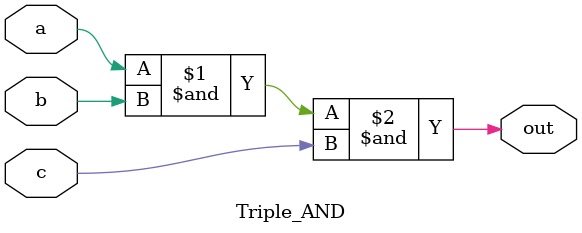
<source format=sv>
module Triple_AND(
    input a, b, c,
    output out
);
    assign out = a & b & c; // 三输入逻辑与
endmodule

</source>
